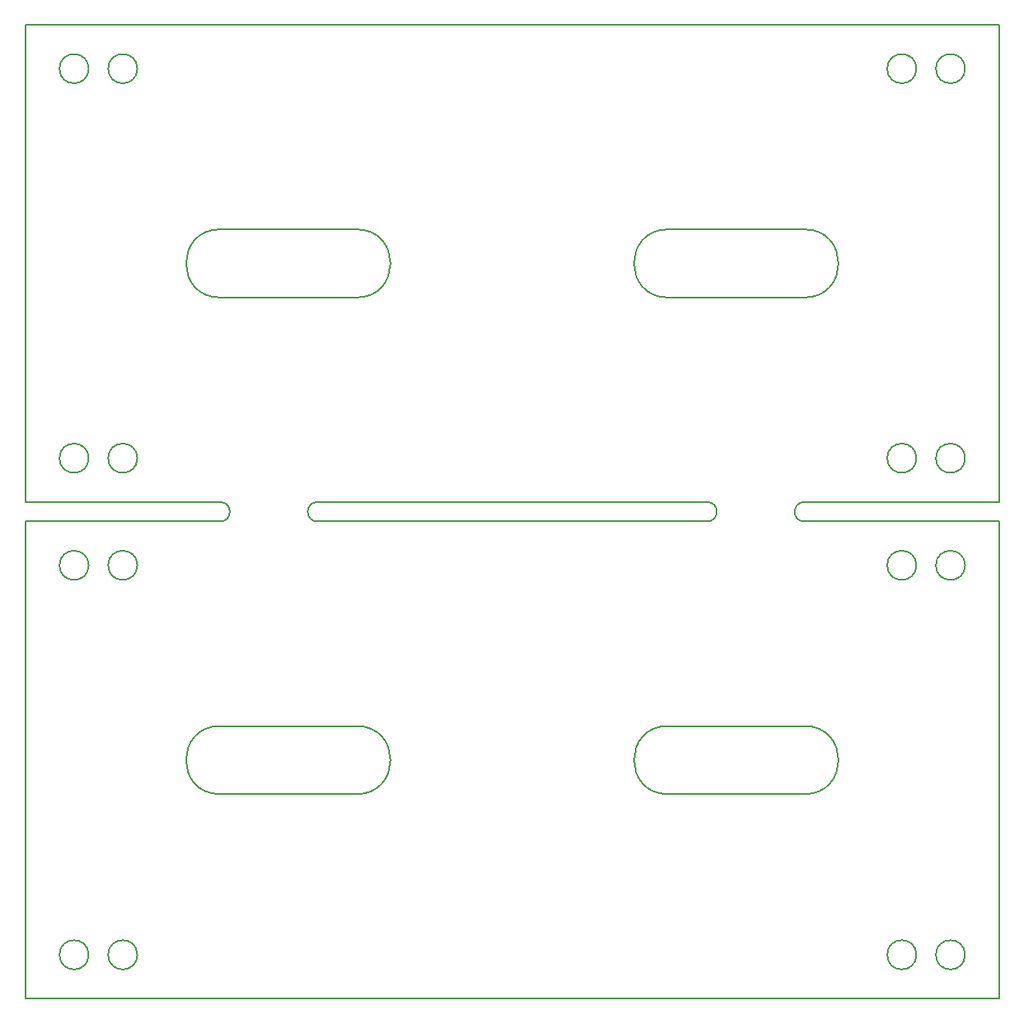
<source format=gbr>
G04 #@! TF.GenerationSoftware,KiCad,Pcbnew,5.0.2+dfsg1-1*
G04 #@! TF.CreationDate,2020-09-22T13:16:51+02:00*
G04 #@! TF.ProjectId,lipo_power,6c69706f-5f70-46f7-9765-722e6b696361,rev?*
G04 #@! TF.SameCoordinates,Original*
G04 #@! TF.FileFunction,Profile,NP*
%FSLAX46Y46*%
G04 Gerber Fmt 4.6, Leading zero omitted, Abs format (unit mm)*
G04 Created by KiCad (PCBNEW 5.0.2+dfsg1-1) date Tue 22 Sep 2020 01:16:51 PM CEST*
%MOMM*%
%LPD*%
G01*
G04 APERTURE LIST*
%ADD10C,0.150000*%
%ADD11C,0.200000*%
G04 APERTURE END LIST*
D10*
X111500000Y-54000000D02*
G75*
G03X111500000Y-54000000I-1500000J0D01*
G01*
X134000000Y-70500000D02*
X120000000Y-70500000D01*
X120000000Y-77500000D02*
X134000000Y-77500000D01*
X180000000Y-70500000D02*
X166000000Y-70500000D01*
X166000000Y-77500000D02*
X180000000Y-77500000D01*
X196500000Y-94000000D02*
G75*
G03X196500000Y-94000000I-1500000J0D01*
G01*
X196500000Y-54000000D02*
G75*
G03X196500000Y-54000000I-1500000J0D01*
G01*
X191500000Y-94000000D02*
G75*
G03X191500000Y-94000000I-1500000J0D01*
G01*
X111500000Y-94000000D02*
G75*
G03X111500000Y-94000000I-1500000J0D01*
G01*
X191500000Y-54000000D02*
G75*
G03X191500000Y-54000000I-1500000J0D01*
G01*
X166000000Y-77500000D02*
G75*
G02X166000000Y-70500000I0J3500000D01*
G01*
X180000000Y-70500000D02*
G75*
G02X180000000Y-77500000I0J-3500000D01*
G01*
D11*
X100000000Y-49500000D02*
X100000000Y-98500000D01*
D10*
X120000000Y-77500000D02*
G75*
G02X120000000Y-70500000I0J3500000D01*
G01*
X134000000Y-70500000D02*
G75*
G02X134000000Y-77500000I0J-3500000D01*
G01*
D11*
X100000000Y-49500000D02*
X200000000Y-49500000D01*
X200000000Y-98500000D02*
X200000000Y-49500000D01*
D10*
X106500000Y-94000000D02*
G75*
G03X106500000Y-94000000I-1500000J0D01*
G01*
X106500000Y-54000000D02*
G75*
G03X106500000Y-54000000I-1500000J0D01*
G01*
X111500000Y-145000000D02*
G75*
G03X111500000Y-145000000I-1500000J0D01*
G01*
X191500000Y-145000000D02*
G75*
G03X191500000Y-145000000I-1500000J0D01*
G01*
X191500000Y-105000000D02*
G75*
G03X191500000Y-105000000I-1500000J0D01*
G01*
X111500000Y-105000000D02*
G75*
G03X111500000Y-105000000I-1500000J0D01*
G01*
X170000000Y-100500000D02*
X130000000Y-100500000D01*
X130000000Y-98500000D02*
X170000000Y-98500000D01*
X130000000Y-100500000D02*
G75*
G02X130000000Y-98500000I0J1000000D01*
G01*
X120000000Y-98500000D02*
G75*
G02X120000000Y-100500000I0J-1000000D01*
G01*
X170000000Y-98500000D02*
G75*
G02X170000000Y-100500000I0J-1000000D01*
G01*
X180000000Y-100500000D02*
G75*
G02X180000000Y-98500000I0J1000000D01*
G01*
D11*
X180000000Y-100500000D02*
X200000000Y-100500000D01*
X200000000Y-98500000D02*
X180000000Y-98500000D01*
X100000000Y-98500000D02*
X120000000Y-98500000D01*
D10*
X166000000Y-128500000D02*
X180000000Y-128500000D01*
X180000000Y-121500000D02*
X166000000Y-121500000D01*
X180000000Y-121500000D02*
G75*
G02X180000000Y-128500000I0J-3500000D01*
G01*
X166000000Y-128500000D02*
G75*
G02X166000000Y-121500000I0J3500000D01*
G01*
X120000000Y-128500000D02*
X134000000Y-128500000D01*
X134000000Y-121500000D02*
X120000000Y-121500000D01*
X134000000Y-121500000D02*
G75*
G02X134000000Y-128500000I0J-3500000D01*
G01*
X120000000Y-128500000D02*
G75*
G02X120000000Y-121500000I0J3500000D01*
G01*
X106500000Y-105000000D02*
G75*
G03X106500000Y-105000000I-1500000J0D01*
G01*
X106500000Y-145000000D02*
G75*
G03X106500000Y-145000000I-1500000J0D01*
G01*
X196500000Y-105000000D02*
G75*
G03X196500000Y-105000000I-1500000J0D01*
G01*
X196500000Y-145000000D02*
G75*
G03X196500000Y-145000000I-1500000J0D01*
G01*
D11*
X100000000Y-100500000D02*
X100000000Y-149500000D01*
X120000000Y-100500000D02*
X100000000Y-100500000D01*
X200000000Y-149500000D02*
X200000000Y-100500000D01*
X100000000Y-149500000D02*
X200000000Y-149500000D01*
M02*

</source>
